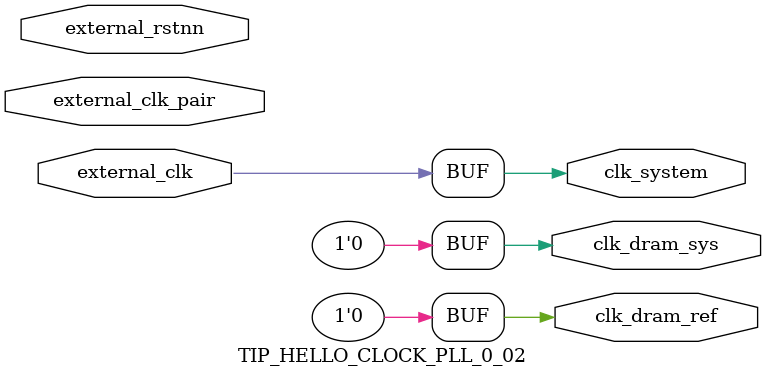
<source format=v>

module TIP_HELLO_CLOCK_PLL_0_02
(
	external_clk,
	external_clk_pair,
	external_rstnn,
	clk_system,
	clk_dram_sys,
	clk_dram_ref
);

input wire external_clk;
input wire external_clk_pair;
input wire external_rstnn;
output wire clk_system;
output wire clk_dram_sys;
output wire clk_dram_ref;

assign clk_system = external_clk;
assign clk_dram_sys = 0;
assign clk_dram_ref = 0;

endmodule
</source>
